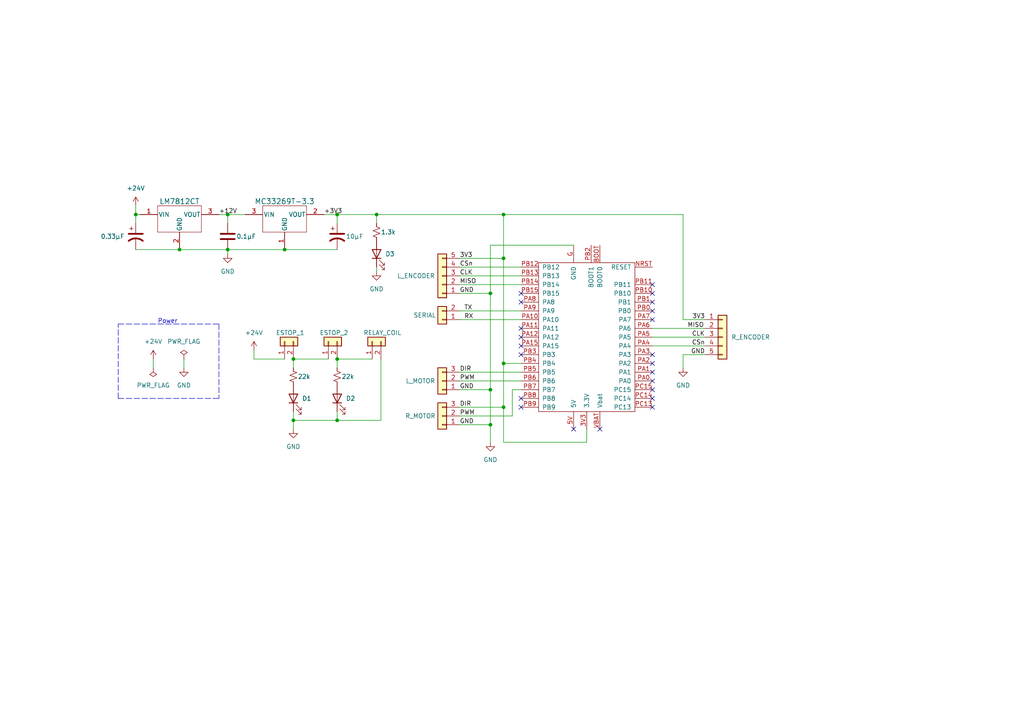
<source format=kicad_sch>
(kicad_sch (version 20211123) (generator eeschema)
  (paper "A4")
  (lib_symbols
    (symbol "Connector_Generic:Conn_01x02" (pin_names (offset 1.016) hide)
      (property "Reference" "J" (at 0 2.54 0))
      (property "Value" "Conn_01x02" (at 0 -5.08 0))
      (symbol "Conn_01x02_1_1"
        (rectangle (start -1.27 -2.413) (end 0 -2.667) (stroke (width 0.1524)))
        (rectangle (start -1.27 0.127) (end 0 -0.127) (stroke (width 0.1524)))
        (rectangle (start -1.27 1.27) (end 1.27 -3.81) (stroke (width 0.254)) (fill (type background)))
        (pin passive line (at -5.08 0 0) (length 3.81) (name "Pin_1") (number "1"))
        (pin passive line (at -5.08 -2.54 0) (length 3.81) (name "Pin_2") (number "2"))
      )
    )
    (symbol "Connector_Generic:Conn_01x03" (pin_names (offset 1.016) hide)
      (property "Reference" "J" (at 0 5.08 0))
      (property "Value" "Conn_01x03" (at 0 -5.08 0))
      (symbol "Conn_01x03_1_1"
        (rectangle (start -1.27 -2.413) (end 0 -2.667) (stroke (width 0.1524)))
        (rectangle (start -1.27 0.127) (end 0 -0.127) (stroke (width 0.1524)))
        (rectangle (start -1.27 2.667) (end 0 2.413) (stroke (width 0.1524)))
        (rectangle (start -1.27 3.81) (end 1.27 -3.81) (stroke (width 0.254)) (fill (type background)))
        (pin passive line (at -5.08 2.54 0) (length 3.81) (name "Pin_1") (number "1"))
        (pin passive line (at -5.08 0 0) (length 3.81) (name "Pin_2") (number "2"))
        (pin passive line (at -5.08 -2.54 0) (length 3.81) (name "Pin_3") (number "3"))
      )
    )
    (symbol "Connector_Generic:Conn_01x05" (pin_names (offset 1.016) hide)
      (property "Reference" "J" (at 0 7.62 0))
      (property "Value" "Conn_01x05" (at 0 -7.62 0))
      (symbol "Conn_01x05_1_1"
        (rectangle (start -1.27 -4.953) (end 0 -5.207) (stroke (width 0.1524)))
        (rectangle (start -1.27 -2.413) (end 0 -2.667) (stroke (width 0.1524)))
        (rectangle (start -1.27 0.127) (end 0 -0.127) (stroke (width 0.1524)))
        (rectangle (start -1.27 2.667) (end 0 2.413) (stroke (width 0.1524)))
        (rectangle (start -1.27 5.207) (end 0 4.953) (stroke (width 0.1524)))
        (rectangle (start -1.27 6.35) (end 1.27 -6.35) (stroke (width 0.254)) (fill (type background)))
        (pin passive line (at -5.08 5.08 0) (length 3.81) (name "Pin_1") (number "1"))
        (pin passive line (at -5.08 2.54 0) (length 3.81) (name "Pin_2") (number "2"))
        (pin passive line (at -5.08 0 0) (length 3.81) (name "Pin_3") (number "3"))
        (pin passive line (at -5.08 -2.54 0) (length 3.81) (name "Pin_4") (number "4"))
        (pin passive line (at -5.08 -5.08 0) (length 3.81) (name "Pin_5") (number "5"))
      )
    )
    (symbol "Device:C" (pin_numbers hide) (pin_names (offset 0.254))
      (property "Reference" "C" (at 0.635 2.54 0))
      (property "Value" "C" (at 0.635 -2.54 0))
      (symbol "C_0_1"
        (polyline (pts (xy -2.032 -0.762) (xy 2.032 -0.762)) (stroke (width 0.508)))
        (polyline (pts (xy -2.032 0.762) (xy 2.032 0.762)) (stroke (width 0.508)))
      )
      (symbol "C_1_1"
        (pin passive line (at 0 3.81 270) (length 2.794) (name "~") (number "1"))
        (pin passive line (at 0 -3.81 90) (length 2.794) (name "~") (number "2"))
      )
    )
    (symbol "Device:C_Polarized_US" (pin_numbers hide) (pin_names (offset 0.254) hide)
      (property "Reference" "C" (at 0.635 2.54 0))
      (property "Value" "C_Polarized_US" (at 0.635 -2.54 0))
      (symbol "C_Polarized_US_0_1"
        (polyline (pts (xy -2.032 0.762) (xy 2.032 0.762)) (stroke (width 0.508)))
        (polyline (pts (xy -1.778 2.286) (xy -0.762 2.286)))
        (polyline (pts (xy -1.27 1.778) (xy -1.27 2.794)))
        (arc (start 2.032 -1.27) (mid 0 -0.5572) (end -2.032 -1.27) (stroke (width 0.508)))
      )
      (symbol "C_Polarized_US_1_1"
        (pin passive line (at 0 3.81 270) (length 2.794) (name "~") (number "1"))
        (pin passive line (at 0 -3.81 90) (length 3.302) (name "~") (number "2"))
      )
    )
    (symbol "Device:LED" (pin_numbers hide) (pin_names (offset 1.016) hide)
      (property "Reference" "D" (at 0 2.54 0))
      (property "Value" "LED" (at 0 -2.54 0))
      (symbol "LED_0_1"
        (polyline (pts (xy -1.27 -1.27) (xy -1.27 1.27)) (stroke (width 0.254)))
        (polyline (pts (xy -1.27 0) (xy 1.27 0)))
        (polyline (pts (xy 1.27 -1.27) (xy 1.27 1.27) (xy -1.27 0) (xy 1.27 -1.27)) (stroke (width 0.254)))
        (polyline (pts (xy -3.048 -0.762) (xy -4.572 -2.286) (xy -3.81 -2.286) (xy -4.572 -2.286) (xy -4.572 -1.524)))
        (polyline (pts (xy -1.778 -0.762) (xy -3.302 -2.286) (xy -2.54 -2.286) (xy -3.302 -2.286) (xy -3.302 -1.524)))
      )
      (symbol "LED_1_1"
        (pin passive line (at -3.81 0 0) (length 2.54) (name "K") (number "1"))
        (pin passive line (at 3.81 0 180) (length 2.54) (name "A") (number "2"))
      )
    )
    (symbol "Device:R_Small_US" (pin_numbers hide) (pin_names (offset 0.254) hide)
      (property "Reference" "R" (at 0.762 0.508 0))
      (property "Value" "R_Small_US" (at 0.762 -1.016 0))
      (symbol "R_Small_US_1_1"
        (polyline (pts (xy 0 0) (xy 1.016 -0.381) (xy 0 -0.762) (xy -1.016 -1.143) (xy 0 -1.524)))
        (polyline (pts (xy 0 1.524) (xy 1.016 1.143) (xy 0 0.762) (xy -1.016 0.381) (xy 0 0)))
        (pin passive line (at 0 2.54 270) (length 1.016) (name "~") (number "1"))
        (pin passive line (at 0 -2.54 90) (length 1.016) (name "~") (number "2"))
      )
    )
    (symbol "local:BP" (pin_names (offset 1.016))
      (property "Reference" "U" (at -12.7 22.86 0))
      (property "Value" "BP" (at 7.62 -24.13 0))
      (symbol "BP_0_1"
        (rectangle (start -13.97 21.59) (end 13.97 -21.59))
      )
      (symbol "BP_1_1"
        (pin power_out line (at 0 26.67 270) (length 5.08) (name "3.3V") (number "3V3"))
        (pin power_out line (at 3.81 26.67 270) (length 5.08) (name "5V") (number "5V"))
        (pin input line (at -3.81 -26.67 90) (length 5.08) (name "BOOT0") (number "BOOT"))
        (pin power_out line (at 3.81 -26.67 90) (length 5.08) (name "GND") (number "G"))
        (pin input line (at -19.05 -20.32 0) (length 5.08) (name "RESET") (number "NRST"))
        (pin bidirectional line (at -19.05 12.7 0) (length 5.08) (name "PA0") (number "PA0"))
        (pin bidirectional line (at -19.05 10.16 0) (length 5.08) (name "PA1") (number "PA1"))
        (pin bidirectional line (at 19.05 -5.08 180) (length 5.08) (name "PA10") (number "PA10"))
        (pin bidirectional line (at 19.05 -2.54 180) (length 5.08) (name "PA11") (number "PA11"))
        (pin bidirectional line (at 19.05 0 180) (length 5.08) (name "PA12") (number "PA12"))
        (pin bidirectional line (at 19.05 2.54 180) (length 5.08) (name "PA15") (number "PA15"))
        (pin bidirectional line (at -19.05 7.62 0) (length 5.08) (name "PA2") (number "PA2"))
        (pin bidirectional line (at -19.05 5.08 0) (length 5.08) (name "PA3") (number "PA3"))
        (pin bidirectional line (at -19.05 2.54 0) (length 5.08) (name "PA4") (number "PA4"))
        (pin bidirectional line (at -19.05 0 0) (length 5.08) (name "PA5") (number "PA5"))
        (pin bidirectional line (at -19.05 -2.54 0) (length 5.08) (name "PA6") (number "PA6"))
        (pin bidirectional line (at -19.05 -5.08 0) (length 5.08) (name "PA7") (number "PA7"))
        (pin bidirectional line (at 19.05 -10.16 180) (length 5.08) (name "PA8") (number "PA8"))
        (pin bidirectional line (at 19.05 -7.62 180) (length 5.08) (name "PA9") (number "PA9"))
        (pin bidirectional line (at -19.05 -7.62 0) (length 5.08) (name "PB0") (number "PB0"))
        (pin bidirectional line (at -19.05 -10.16 0) (length 5.08) (name "PB1") (number "PB1"))
        (pin bidirectional line (at -19.05 -12.7 0) (length 5.08) (name "PB10") (number "PB10"))
        (pin bidirectional line (at -19.05 -15.24 0) (length 5.08) (name "PB11") (number "PB11"))
        (pin bidirectional line (at 19.05 -20.32 180) (length 5.08) (name "PB12") (number "PB12"))
        (pin bidirectional line (at 19.05 -17.78 180) (length 5.08) (name "PB13") (number "PB13"))
        (pin bidirectional line (at 19.05 -15.24 180) (length 5.08) (name "PB14") (number "PB14"))
        (pin bidirectional line (at 19.05 -12.7 180) (length 5.08) (name "PB15") (number "PB15"))
        (pin input line (at -1.27 -26.67 90) (length 5.08) (name "BOOT1") (number "PB2"))
        (pin bidirectional line (at 19.05 5.08 180) (length 5.08) (name "PB3") (number "PB3"))
        (pin bidirectional line (at 19.05 7.62 180) (length 5.08) (name "PB4") (number "PB4"))
        (pin bidirectional line (at 19.05 10.16 180) (length 5.08) (name "PB5") (number "PB5"))
        (pin bidirectional line (at 19.05 12.7 180) (length 5.08) (name "PB6") (number "PB6"))
        (pin bidirectional line (at 19.05 15.24 180) (length 5.08) (name "PB7") (number "PB7"))
        (pin bidirectional line (at 19.05 17.78 180) (length 5.08) (name "PB8") (number "PB8"))
        (pin bidirectional line (at 19.05 20.32 180) (length 5.08) (name "PB9") (number "PB9"))
        (pin bidirectional line (at -19.05 20.32 0) (length 5.08) (name "PC13") (number "PC13"))
        (pin bidirectional line (at -19.05 17.78 0) (length 5.08) (name "PC14") (number "PC14"))
        (pin bidirectional line (at -19.05 15.24 0) (length 5.08) (name "PC15") (number "PC15"))
        (pin power_in line (at -3.81 26.67 270) (length 5.08) (name "Vbat") (number "VBAT"))
      )
    )
    (symbol "local:LM7812CT" (pin_names (offset 0.254))
      (property "Reference" "U?" (at 13.97 8.89 0))
      (property "Value" "LM7812CT" (at 13.97 6.35 0))
      (symbol "LM7812CT_0_1"
        (polyline (pts (xy 7.62 -2.54) (xy 20.32 -2.54)) (stroke (width 0.127)))
        (polyline (pts (xy 7.62 5.08) (xy 7.62 -2.54)) (stroke (width 0.127)))
        (polyline (pts (xy 20.32 -2.54) (xy 20.32 5.08)) (stroke (width 0.127)))
        (polyline (pts (xy 20.32 5.08) (xy 7.62 5.08)) (stroke (width 0.127)))
        (pin power_in line (at 2.54 2.54 0) (length 5.08) (name "VIN") (number "1"))
        (pin power_in line (at 13.97 -7.62 90) (length 5.08) (name "GND") (number "2"))
        (pin power_out line (at 25.4 2.54 180) (length 5.08) (name "VOUT") (number "3"))
      )
    )
    (symbol "local:MC33269T-3.3" (pin_names (offset 0.254))
      (property "Reference" "U?" (at 13.97 8.89 0))
      (property "Value" "MC33269T-3.3" (at 13.97 6.35 0))
      (symbol "MC33269T-3.3_0_1"
        (polyline (pts (xy 7.62 -2.54) (xy 20.32 -2.54)) (stroke (width 0.127)))
        (polyline (pts (xy 7.62 5.08) (xy 7.62 -2.54)) (stroke (width 0.127)))
        (polyline (pts (xy 20.32 -2.54) (xy 20.32 5.08)) (stroke (width 0.127)))
        (polyline (pts (xy 20.32 5.08) (xy 7.62 5.08)) (stroke (width 0.127)))
        (pin power_in line (at 13.97 -7.62 90) (length 5.08) (name "GND") (number "1"))
        (pin power_out line (at 25.4 2.54 180) (length 5.08) (name "VOUT") (number "2"))
        (pin power_in line (at 2.54 2.54 0) (length 5.08) (name "VIN") (number "3"))
      )
    )
    (symbol "power:+24V" (power) (pin_names (offset 0))
      (property "Value" "+24V" (at 0 3.556 0))
      (symbol "+24V_0_1"
        (polyline (pts (xy -0.762 1.27) (xy 0 2.54)))
        (polyline (pts (xy 0 0) (xy 0 2.54)))
        (polyline (pts (xy 0 2.54) (xy 0.762 1.27)))
      )
      (symbol "+24V_1_1"
        (pin power_in line (at 0 0 90) (length 0) hide (name "+24V") (number "1"))
      )
    )
    (symbol "power:GND" (power) (pin_names (offset 0))
      (property "Value" "GND" (at 0 -3.81 0))
      (symbol "GND_0_1"
        (polyline (pts (xy 0 0) (xy 0 -1.27) (xy 1.27 -1.27) (xy 0 -2.54) (xy -1.27 -1.27) (xy 0 -1.27)))
      )
      (symbol "GND_1_1"
        (pin power_in line (at 0 0 270) (length 0) hide (name "GND") (number "1"))
      )
    )
    (symbol "power:PWR_FLAG" (power) (pin_numbers hide) (pin_names (offset 0) hide)
      (property "Value" "PWR_FLAG" (at 0 3.81 0))
      (symbol "PWR_FLAG_0_0"
        (pin power_out line (at 0 0 90) (length 0) (name "pwr") (number "1"))
      )
      (symbol "PWR_FLAG_0_1"
        (polyline (pts (xy 0 0) (xy 0 1.27) (xy -1.016 1.905) (xy 0 2.54) (xy 1.016 1.905) (xy 0 1.27)))
      )
    )
  )
  (junction (at 82.55 72.39))
  (junction (at 85.09 104.14))
  (junction (at 66.04 62.23))
  (junction (at 142.24 113.03))
  (junction (at 85.09 121.92))
  (junction (at 109.22 62.23))
  (junction (at 66.04 72.39))
  (junction (at 97.79 62.23))
  (junction (at 97.79 104.14))
  (junction (at 39.37 62.23))
  (junction (at 142.24 123.19))
  (junction (at 97.79 121.92))
  (junction (at 52.07 72.39))
  (junction (at 146.05 118.11))
  (junction (at 146.05 74.93))
  (junction (at 146.05 62.23))
  (junction (at 142.24 85.09))
  (junction (at 146.05 105.41))
  (no_connect (at 151.13 85.09))
  (no_connect (at 189.23 87.63))
  (no_connect (at 189.23 85.09))
  (no_connect (at 189.23 82.55))
  (no_connect (at 189.23 118.11))
  (no_connect (at 189.23 115.57))
  (no_connect (at 189.23 113.03))
  (no_connect (at 189.23 110.49))
  (no_connect (at 189.23 107.95))
  (no_connect (at 189.23 105.41))
  (no_connect (at 189.23 102.87))
  (no_connect (at 189.23 92.71))
  (no_connect (at 189.23 90.17))
  (no_connect (at 166.37 124.46))
  (no_connect (at 173.99 124.46))
  (no_connect (at 151.13 115.57))
  (no_connect (at 151.13 118.11))
  (no_connect (at 151.13 87.63))
  (no_connect (at 151.13 95.25))
  (no_connect (at 151.13 97.79))
  (no_connect (at 151.13 100.33))
  (no_connect (at 151.13 102.87))
  (wire (pts (xy 66.04 64.77) (xy 66.04 62.23)))
  (wire (pts (xy 133.35 82.55) (xy 151.13 82.55)))
  (wire (pts (xy 142.24 113.03) (xy 142.24 123.19)))
  (polyline (pts (xy 34.29 93.98) (xy 63.5 93.98)))
  (wire (pts (xy 148.59 113.03) (xy 148.59 120.65)))
  (polyline (pts (xy 63.5 93.98) (xy 63.5 115.57)))
  (wire (pts (xy 148.59 120.65) (xy 133.35 120.65)))
  (wire (pts (xy 85.09 104.14) (xy 95.25 104.14)))
  (wire (pts (xy 146.05 105.41) (xy 146.05 118.11)))
  (wire (pts (xy 53.34 104.14) (xy 53.34 106.68)))
  (wire (pts (xy 189.23 95.25) (xy 204.47 95.25)))
  (wire (pts (xy 133.35 85.09) (xy 142.24 85.09)))
  (wire (pts (xy 151.13 113.03) (xy 148.59 113.03)))
  (wire (pts (xy 142.24 123.19) (xy 142.24 128.27)))
  (wire (pts (xy 97.79 62.23) (xy 97.79 64.77)))
  (wire (pts (xy 166.37 71.12) (xy 142.24 71.12)))
  (wire (pts (xy 97.79 121.92) (xy 85.09 121.92)))
  (polyline (pts (xy 34.29 115.57) (xy 34.29 93.98)))
  (wire (pts (xy 133.35 77.47) (xy 151.13 77.47)))
  (wire (pts (xy 142.24 71.12) (xy 142.24 85.09)))
  (wire (pts (xy 97.79 62.23) (xy 109.22 62.23)))
  (wire (pts (xy 170.18 124.46) (xy 170.18 128.27)))
  (wire (pts (xy 170.18 128.27) (xy 146.05 128.27)))
  (wire (pts (xy 66.04 72.39) (xy 82.55 72.39)))
  (wire (pts (xy 97.79 104.14) (xy 107.95 104.14)))
  (wire (pts (xy 133.35 90.17) (xy 151.13 90.17)))
  (wire (pts (xy 44.45 104.14) (xy 44.45 106.68)))
  (wire (pts (xy 110.49 104.14) (xy 110.49 121.92)))
  (wire (pts (xy 189.23 100.33) (xy 204.47 100.33)))
  (wire (pts (xy 133.35 113.03) (xy 142.24 113.03)))
  (wire (pts (xy 151.13 105.41) (xy 146.05 105.41)))
  (wire (pts (xy 66.04 62.23) (xy 71.12 62.23)))
  (wire (pts (xy 40.64 62.23) (xy 39.37 62.23)))
  (wire (pts (xy 73.66 104.14) (xy 82.55 104.14)))
  (wire (pts (xy 198.12 62.23) (xy 198.12 92.71)))
  (wire (pts (xy 146.05 62.23) (xy 198.12 62.23)))
  (wire (pts (xy 189.23 97.79) (xy 204.47 97.79)))
  (wire (pts (xy 109.22 64.77) (xy 109.22 62.23)))
  (wire (pts (xy 110.49 121.92) (xy 97.79 121.92)))
  (wire (pts (xy 73.66 101.6) (xy 73.66 104.14)))
  (wire (pts (xy 39.37 59.69) (xy 39.37 62.23)))
  (wire (pts (xy 109.22 78.74) (xy 109.22 77.47)))
  (wire (pts (xy 146.05 74.93) (xy 146.05 105.41)))
  (wire (pts (xy 133.35 123.19) (xy 142.24 123.19)))
  (wire (pts (xy 66.04 73.66) (xy 66.04 72.39)))
  (wire (pts (xy 85.09 104.14) (xy 85.09 106.68)))
  (wire (pts (xy 133.35 110.49) (xy 151.13 110.49)))
  (wire (pts (xy 109.22 62.23) (xy 146.05 62.23)))
  (wire (pts (xy 142.24 85.09) (xy 142.24 113.03)))
  (wire (pts (xy 85.09 121.92) (xy 85.09 124.46)))
  (wire (pts (xy 146.05 118.11) (xy 146.05 128.27)))
  (wire (pts (xy 93.98 62.23) (xy 97.79 62.23)))
  (wire (pts (xy 39.37 62.23) (xy 39.37 64.77)))
  (polyline (pts (xy 34.29 115.57) (xy 63.5 115.57)))
  (wire (pts (xy 146.05 62.23) (xy 146.05 74.93)))
  (wire (pts (xy 97.79 104.14) (xy 97.79 106.68)))
  (wire (pts (xy 85.09 119.38) (xy 85.09 121.92)))
  (wire (pts (xy 82.55 72.39) (xy 97.79 72.39)))
  (wire (pts (xy 66.04 62.23) (xy 63.5 62.23)))
  (wire (pts (xy 204.47 102.87) (xy 198.12 102.87)))
  (wire (pts (xy 133.35 107.95) (xy 151.13 107.95)))
  (wire (pts (xy 133.35 80.01) (xy 151.13 80.01)))
  (wire (pts (xy 133.35 74.93) (xy 146.05 74.93)))
  (wire (pts (xy 39.37 72.39) (xy 52.07 72.39)))
  (wire (pts (xy 146.05 118.11) (xy 133.35 118.11)))
  (wire (pts (xy 198.12 92.71) (xy 204.47 92.71)))
  (wire (pts (xy 52.07 72.39) (xy 66.04 72.39)))
  (wire (pts (xy 97.79 119.38) (xy 97.79 121.92)))
  (wire (pts (xy 198.12 102.87) (xy 198.12 106.68)))
  (wire (pts (xy 133.35 92.71) (xy 151.13 92.71)))
  (text "Power\n" (at 45.72 93.98 0) (effects (font (size 1.27 1.27)) (justify left bottom)))
  (label "3V3" (at 204.47 92.71 180))
  (label "GND" (at 204.47 102.87 180))
  (label "CLK" (at 200.66 97.79 0))
  (label "PWM" (at 133.35 120.65 0))
  (label "PWM" (at 133.35 110.49 0))
  (label "+3V3" (at 93.98 62.23 0))
  (label "MISO" (at 199.39 95.25 0))
  (label "DIR" (at 133.35 118.11 0))
  (label "GND" (at 133.35 85.09 0))
  (label "RX" (at 134.62 92.71 0))
  (label "3V3" (at 133.35 74.93 0))
  (label "TX" (at 134.62 90.17 0))
  (label "CSn" (at 133.35 77.47 0))
  (label "CSn" (at 200.66 100.33 0))
  (label "GND" (at 133.35 123.19 0))
  (label "DIR" (at 133.35 107.95 0))
  (label "GND" (at 133.35 113.03 0))
  (label "MISO" (at 133.35 82.55 0))
  (label "CLK" (at 133.35 80.01 0))
  (label "+12V" (at 63.5 62.23 0))
  (symbol (lib_id "power:GND") (at 66.04 73.66 0) (unit 1)
    (property "Reference" "#PWR?" (effects hide))
    (property "Value" "GND" (at 66.04 78.74 0))
  )
  (symbol (lib_id "Device:R_Small_US") (at 109.22 67.31 0) (unit 1)
    (property "Reference" "R?" (effects hide))
    (property "Value" "1.3k" (at 110.49 67.31 0) (effects (justify left)))
  )
  (symbol (lib_id "power:GND") (at 198.12 106.68 0) (unit 1)
    (property "Reference" "#PWR?" (effects hide))
    (property "Value" "GND" (at 198.12 111.76 0))
  )
  (symbol (lib_id "Connector_Generic:Conn_01x03") (at 128.27 120.65 180) (unit 1)
    (property "Reference" "R_MOTOR" (at 121.92 120.65 0))
    (property "Value" "Conn_01x03" (effects hide))
  )
  (symbol (lib_id "power:+24V") (at 73.66 101.6 0) (unit 1)
    (property "Reference" "#PWR?" (effects hide))
    (property "Value" "+24V" (at 73.66 96.52 0))
  )
  (symbol (lib_id "local:LM7812CT") (at 38.1 64.77 0) (unit 1)
    (property "Reference" "U?" (effects hide))
    (property "Value" "LM7812CT" (at 52.07 58.42 0) (effects (font (size 1.524 1.524))))
    (property "Footprint" "TO_7812CT_ONS" (effects hide))
    (property "Datasheet" "LM7812CT" (effects hide))
  )
  (symbol (lib_id "power:PWR_FLAG") (at 44.45 106.68 180) (unit 1)
    (property "Reference" "#FLG?" (effects hide))
    (property "Value" "PWR_FLAG" (at 44.45 111.76 0))
  )
  (symbol (lib_id "power:GND") (at 53.34 106.68 0) (unit 1)
    (property "Reference" "#PWR?" (effects hide))
    (property "Value" "GND" (at 53.34 111.76 0))
  )
  (symbol (lib_id "Connector_Generic:Conn_01x02") (at 107.95 99.06 90) (unit 1)
    (property "Reference" "RELAY_COIL" (at 105.41 96.52 90) (effects (justify right)))
    (property "Value" "Conn_01x02" (effects hide))
  )
  (symbol (lib_id "Device:LED") (at 85.09 115.57 90) (unit 1)
    (property "Reference" "D1" (at 87.63 115.57 90) (effects (justify right)))
    (property "Value" "LED" (effects hide))
  )
  (symbol (lib_id "Connector_Generic:Conn_01x02") (at 95.25 99.06 90) (unit 1)
    (property "Reference" "ESTOP_2" (at 92.71 96.52 90) (effects (justify right)))
    (property "Value" "Conn_01x02" (effects hide))
  )
  (symbol (lib_id "power:GND") (at 109.22 78.74 0) (unit 1)
    (property "Reference" "#PWR?" (effects hide))
    (property "Value" "GND" (at 109.22 83.82 0))
  )
  (symbol (lib_id "Device:LED") (at 97.79 115.57 90) (unit 1)
    (property "Reference" "D2" (at 100.33 115.57 90) (effects (justify right)))
    (property "Value" "LED" (effects hide))
  )
  (symbol (lib_id "local:MC33269T-3.3") (at 68.58 64.77 0) (unit 1)
    (property "Reference" "U?" (effects hide))
    (property "Value" "MC33269T-3.3" (at 82.55 58.42 0) (effects (font (size 1.524 1.524))))
    (property "Footprint" "TO220-3_ONS" (effects hide))
    (property "Datasheet" "MC33269T-3.3" (effects hide))
  )
  (symbol (lib_id "Device:C_Polarized_US") (at 97.79 68.58 0) (unit 1)
    (property "Reference" "C?" (effects hide))
    (property "Value" "10µF" (at 100.33 68.58 0) (effects (justify left)))
  )
  (symbol (lib_id "power:+24V") (at 44.45 104.14 0) (unit 1)
    (property "Reference" "#PWR?" (effects hide))
    (property "Value" "+24V" (at 44.45 99.06 0))
  )
  (symbol (lib_id "power:GND") (at 142.24 128.27 0) (unit 1)
    (property "Reference" "#PWR?" (effects hide))
    (property "Value" "GND" (at 142.24 133.35 0))
  )
  (symbol (lib_id "Device:R_Small_US") (at 85.09 109.22 0) (unit 1)
    (property "Reference" "R?" (effects hide))
    (property "Value" "22k" (at 86.36 109.22 0) (effects (justify left)))
  )
  (symbol (lib_id "Device:C") (at 66.04 68.58 0) (unit 1)
    (property "Reference" "C?" (effects hide))
    (property "Value" "0.1µF" (at 68.58 68.58 0) (effects (justify left)))
  )
  (symbol (lib_id "Connector_Generic:Conn_01x05") (at 209.55 97.79 0) (unit 1)
    (property "Reference" "R_ENCODER" (at 212.09 97.79 0) (effects (justify left)))
    (property "Value" "Conn_01x05" (effects hide))
  )
  (symbol (lib_id "power:+24V") (at 39.37 59.69 0) (unit 1)
    (property "Reference" "#PWR?" (effects hide))
    (property "Value" "+24V" (at 39.37 54.61 0))
  )
  (symbol (lib_id "Connector_Generic:Conn_01x02") (at 82.55 99.06 90) (unit 1)
    (property "Reference" "ESTOP_1" (at 80.01 96.52 90) (effects (justify right)))
    (property "Value" "Conn_01x02" (effects hide))
  )
  (symbol (lib_id "Connector_Generic:Conn_01x05") (at 128.27 80.01 180) (unit 1)
    (property "Reference" "L_ENCODER" (at 120.65 80.01 0))
    (property "Value" "Conn_01x05" (effects hide))
  )
  (symbol (lib_id "Connector_Generic:Conn_01x02") (at 128.27 92.71 180) (unit 1)
    (property "Reference" "SERIAL" (at 123.19 91.44 0))
    (property "Value" "Conn_01x02" (effects hide))
  )
  (symbol (lib_id "power:GND") (at 85.09 124.46 0) (unit 1)
    (property "Reference" "#PWR?" (effects hide))
    (property "Value" "GND" (at 85.09 129.54 0))
  )
  (symbol (lib_id "Connector_Generic:Conn_01x03") (at 128.27 110.49 180) (unit 1)
    (property "Reference" "L_MOTOR" (at 121.92 110.49 0))
    (property "Value" "Conn_01x03" (effects hide))
  )
  (symbol (lib_id "power:PWR_FLAG") (at 53.34 104.14 0) (unit 1)
    (property "Reference" "#FLG?" (effects hide))
    (property "Value" "PWR_FLAG" (at 53.34 99.06 0))
  )
  (symbol (lib_id "local:BP") (at 170.18 97.79 180) (unit 1)
    (property "Reference" "U?" (effects hide))
    (property "Value" "BP" (effects hide))
    (property "Footprint" "Module:blue_pill" (effects hide))
    (property "Datasheet" "https://www.electronicshub.org/getting-started-with-stm32f103c8t6-blue-pill/" (effects hide))
  )
  (symbol (lib_id "Device:C_Polarized_US") (at 39.37 68.58 0) (unit 1)
    (property "Reference" "C?" (effects hide))
    (property "Value" "0.33µF" (at 29.21 68.58 0) (effects (justify left)))
  )
  (symbol (lib_id "Device:LED") (at 109.22 73.66 90) (unit 1)
    (property "Reference" "D3" (at 111.76 73.66 90) (effects (justify right)))
    (property "Value" "LED" (effects hide))
  )
  (symbol (lib_id "Device:R_Small_US") (at 97.79 109.22 0) (unit 1)
    (property "Reference" "R?" (effects hide))
    (property "Value" "22k" (at 99.06 109.22 0) (effects (justify left)))
  )
)
</source>
